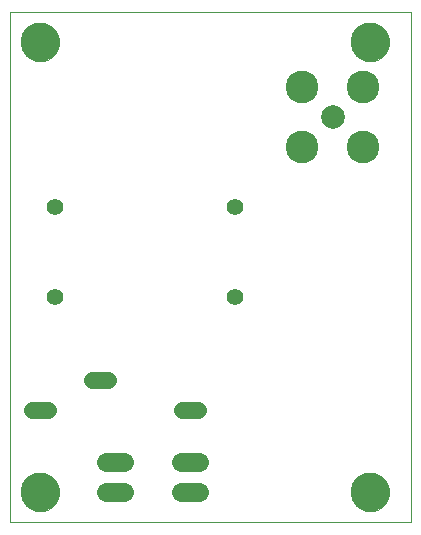
<source format=gbs>
G75*
G70*
%OFA0B0*%
%FSLAX24Y24*%
%IPPOS*%
%LPD*%
%AMOC8*
5,1,8,0,0,1.08239X$1,22.5*
%
%ADD10C,0.0000*%
%ADD11C,0.1300*%
%ADD12C,0.0560*%
%ADD13C,0.0560*%
%ADD14C,0.0790*%
%ADD15C,0.1090*%
%ADD16C,0.0640*%
D10*
X000600Y000100D02*
X000600Y017096D01*
X013970Y017096D01*
X013970Y000100D01*
X000600Y000100D01*
X000970Y001100D02*
X000972Y001150D01*
X000978Y001200D01*
X000988Y001249D01*
X001002Y001297D01*
X001019Y001344D01*
X001040Y001389D01*
X001065Y001433D01*
X001093Y001474D01*
X001125Y001513D01*
X001159Y001550D01*
X001196Y001584D01*
X001236Y001614D01*
X001278Y001641D01*
X001322Y001665D01*
X001368Y001686D01*
X001415Y001702D01*
X001463Y001715D01*
X001513Y001724D01*
X001562Y001729D01*
X001613Y001730D01*
X001663Y001727D01*
X001712Y001720D01*
X001761Y001709D01*
X001809Y001694D01*
X001855Y001676D01*
X001900Y001654D01*
X001943Y001628D01*
X001984Y001599D01*
X002023Y001567D01*
X002059Y001532D01*
X002091Y001494D01*
X002121Y001454D01*
X002148Y001411D01*
X002171Y001367D01*
X002190Y001321D01*
X002206Y001273D01*
X002218Y001224D01*
X002226Y001175D01*
X002230Y001125D01*
X002230Y001075D01*
X002226Y001025D01*
X002218Y000976D01*
X002206Y000927D01*
X002190Y000879D01*
X002171Y000833D01*
X002148Y000789D01*
X002121Y000746D01*
X002091Y000706D01*
X002059Y000668D01*
X002023Y000633D01*
X001984Y000601D01*
X001943Y000572D01*
X001900Y000546D01*
X001855Y000524D01*
X001809Y000506D01*
X001761Y000491D01*
X001712Y000480D01*
X001663Y000473D01*
X001613Y000470D01*
X001562Y000471D01*
X001513Y000476D01*
X001463Y000485D01*
X001415Y000498D01*
X001368Y000514D01*
X001322Y000535D01*
X001278Y000559D01*
X001236Y000586D01*
X001196Y000616D01*
X001159Y000650D01*
X001125Y000687D01*
X001093Y000726D01*
X001065Y000767D01*
X001040Y000811D01*
X001019Y000856D01*
X001002Y000903D01*
X000988Y000951D01*
X000978Y001000D01*
X000972Y001050D01*
X000970Y001100D01*
X011970Y001100D02*
X011972Y001150D01*
X011978Y001200D01*
X011988Y001249D01*
X012002Y001297D01*
X012019Y001344D01*
X012040Y001389D01*
X012065Y001433D01*
X012093Y001474D01*
X012125Y001513D01*
X012159Y001550D01*
X012196Y001584D01*
X012236Y001614D01*
X012278Y001641D01*
X012322Y001665D01*
X012368Y001686D01*
X012415Y001702D01*
X012463Y001715D01*
X012513Y001724D01*
X012562Y001729D01*
X012613Y001730D01*
X012663Y001727D01*
X012712Y001720D01*
X012761Y001709D01*
X012809Y001694D01*
X012855Y001676D01*
X012900Y001654D01*
X012943Y001628D01*
X012984Y001599D01*
X013023Y001567D01*
X013059Y001532D01*
X013091Y001494D01*
X013121Y001454D01*
X013148Y001411D01*
X013171Y001367D01*
X013190Y001321D01*
X013206Y001273D01*
X013218Y001224D01*
X013226Y001175D01*
X013230Y001125D01*
X013230Y001075D01*
X013226Y001025D01*
X013218Y000976D01*
X013206Y000927D01*
X013190Y000879D01*
X013171Y000833D01*
X013148Y000789D01*
X013121Y000746D01*
X013091Y000706D01*
X013059Y000668D01*
X013023Y000633D01*
X012984Y000601D01*
X012943Y000572D01*
X012900Y000546D01*
X012855Y000524D01*
X012809Y000506D01*
X012761Y000491D01*
X012712Y000480D01*
X012663Y000473D01*
X012613Y000470D01*
X012562Y000471D01*
X012513Y000476D01*
X012463Y000485D01*
X012415Y000498D01*
X012368Y000514D01*
X012322Y000535D01*
X012278Y000559D01*
X012236Y000586D01*
X012196Y000616D01*
X012159Y000650D01*
X012125Y000687D01*
X012093Y000726D01*
X012065Y000767D01*
X012040Y000811D01*
X012019Y000856D01*
X012002Y000903D01*
X011988Y000951D01*
X011978Y001000D01*
X011972Y001050D01*
X011970Y001100D01*
X011970Y016100D02*
X011972Y016150D01*
X011978Y016200D01*
X011988Y016249D01*
X012002Y016297D01*
X012019Y016344D01*
X012040Y016389D01*
X012065Y016433D01*
X012093Y016474D01*
X012125Y016513D01*
X012159Y016550D01*
X012196Y016584D01*
X012236Y016614D01*
X012278Y016641D01*
X012322Y016665D01*
X012368Y016686D01*
X012415Y016702D01*
X012463Y016715D01*
X012513Y016724D01*
X012562Y016729D01*
X012613Y016730D01*
X012663Y016727D01*
X012712Y016720D01*
X012761Y016709D01*
X012809Y016694D01*
X012855Y016676D01*
X012900Y016654D01*
X012943Y016628D01*
X012984Y016599D01*
X013023Y016567D01*
X013059Y016532D01*
X013091Y016494D01*
X013121Y016454D01*
X013148Y016411D01*
X013171Y016367D01*
X013190Y016321D01*
X013206Y016273D01*
X013218Y016224D01*
X013226Y016175D01*
X013230Y016125D01*
X013230Y016075D01*
X013226Y016025D01*
X013218Y015976D01*
X013206Y015927D01*
X013190Y015879D01*
X013171Y015833D01*
X013148Y015789D01*
X013121Y015746D01*
X013091Y015706D01*
X013059Y015668D01*
X013023Y015633D01*
X012984Y015601D01*
X012943Y015572D01*
X012900Y015546D01*
X012855Y015524D01*
X012809Y015506D01*
X012761Y015491D01*
X012712Y015480D01*
X012663Y015473D01*
X012613Y015470D01*
X012562Y015471D01*
X012513Y015476D01*
X012463Y015485D01*
X012415Y015498D01*
X012368Y015514D01*
X012322Y015535D01*
X012278Y015559D01*
X012236Y015586D01*
X012196Y015616D01*
X012159Y015650D01*
X012125Y015687D01*
X012093Y015726D01*
X012065Y015767D01*
X012040Y015811D01*
X012019Y015856D01*
X012002Y015903D01*
X011988Y015951D01*
X011978Y016000D01*
X011972Y016050D01*
X011970Y016100D01*
X000970Y016100D02*
X000972Y016150D01*
X000978Y016200D01*
X000988Y016249D01*
X001002Y016297D01*
X001019Y016344D01*
X001040Y016389D01*
X001065Y016433D01*
X001093Y016474D01*
X001125Y016513D01*
X001159Y016550D01*
X001196Y016584D01*
X001236Y016614D01*
X001278Y016641D01*
X001322Y016665D01*
X001368Y016686D01*
X001415Y016702D01*
X001463Y016715D01*
X001513Y016724D01*
X001562Y016729D01*
X001613Y016730D01*
X001663Y016727D01*
X001712Y016720D01*
X001761Y016709D01*
X001809Y016694D01*
X001855Y016676D01*
X001900Y016654D01*
X001943Y016628D01*
X001984Y016599D01*
X002023Y016567D01*
X002059Y016532D01*
X002091Y016494D01*
X002121Y016454D01*
X002148Y016411D01*
X002171Y016367D01*
X002190Y016321D01*
X002206Y016273D01*
X002218Y016224D01*
X002226Y016175D01*
X002230Y016125D01*
X002230Y016075D01*
X002226Y016025D01*
X002218Y015976D01*
X002206Y015927D01*
X002190Y015879D01*
X002171Y015833D01*
X002148Y015789D01*
X002121Y015746D01*
X002091Y015706D01*
X002059Y015668D01*
X002023Y015633D01*
X001984Y015601D01*
X001943Y015572D01*
X001900Y015546D01*
X001855Y015524D01*
X001809Y015506D01*
X001761Y015491D01*
X001712Y015480D01*
X001663Y015473D01*
X001613Y015470D01*
X001562Y015471D01*
X001513Y015476D01*
X001463Y015485D01*
X001415Y015498D01*
X001368Y015514D01*
X001322Y015535D01*
X001278Y015559D01*
X001236Y015586D01*
X001196Y015616D01*
X001159Y015650D01*
X001125Y015687D01*
X001093Y015726D01*
X001065Y015767D01*
X001040Y015811D01*
X001019Y015856D01*
X001002Y015903D01*
X000988Y015951D01*
X000978Y016000D01*
X000972Y016050D01*
X000970Y016100D01*
D11*
X001600Y016100D03*
X012600Y016100D03*
X012600Y001100D03*
X001600Y001100D03*
D12*
X002100Y007600D03*
X002100Y010600D03*
X008100Y010600D03*
X008100Y007600D03*
D13*
X006860Y003850D02*
X006340Y003850D01*
X003860Y004850D02*
X003340Y004850D01*
X001860Y003850D02*
X001340Y003850D01*
D14*
X011350Y013600D03*
D15*
X010346Y012596D03*
X010346Y014604D03*
X012354Y014604D03*
X012354Y012596D03*
D16*
X006900Y002100D02*
X006300Y002100D01*
X006300Y001100D02*
X006900Y001100D01*
X004400Y001100D02*
X003800Y001100D01*
X003800Y002100D02*
X004400Y002100D01*
M02*

</source>
